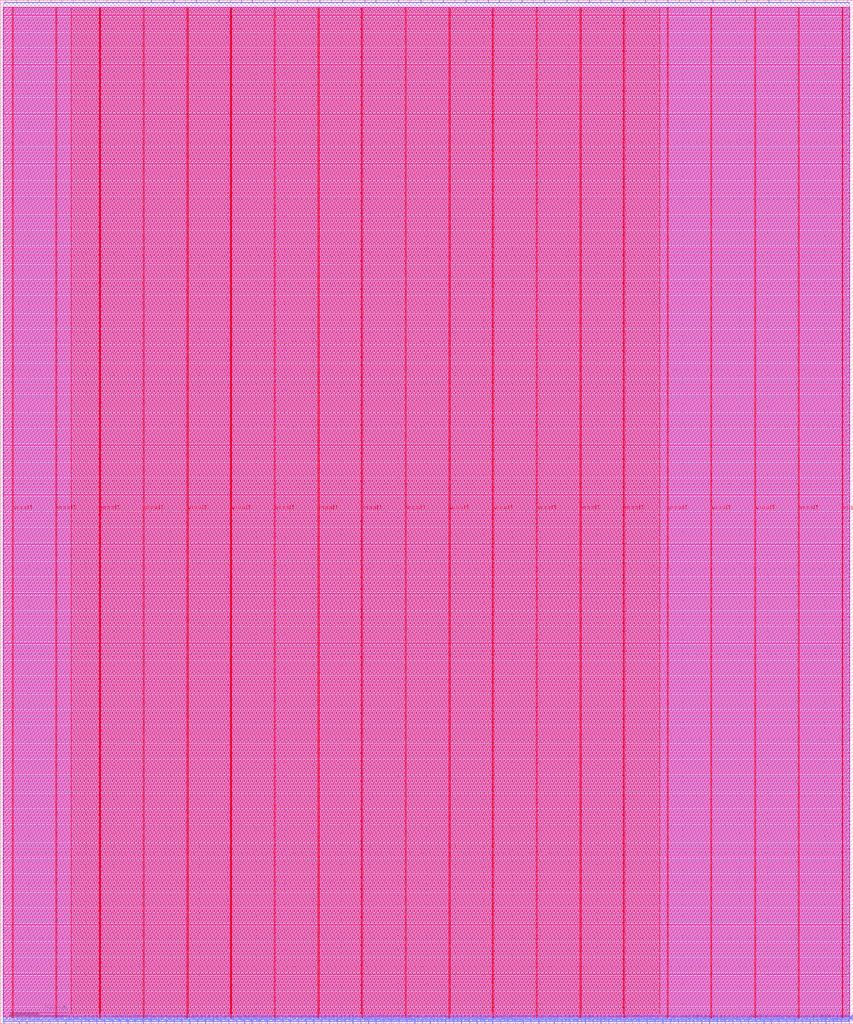
<source format=lef>
VERSION 5.7 ;
  NOWIREEXTENSIONATPIN ON ;
  DIVIDERCHAR "/" ;
  BUSBITCHARS "[]" ;
MACRO subservient_wrapped
  CLASS BLOCK ;
  FOREIGN subservient_wrapped ;
  ORIGIN 0.000 0.000 ;
  SIZE 1500.000 BY 1800.000 ;
  PIN io_oeb[0]
    DIRECTION OUTPUT TRISTATE ;
    USE SIGNAL ;
    PORT
      LAYER met2 ;
        RECT 9.750 1796.000 10.030 1800.000 ;
    END
  END io_oeb[0]
  PIN io_oeb[10]
    DIRECTION OUTPUT TRISTATE ;
    USE SIGNAL ;
    PORT
      LAYER met2 ;
        RECT 404.430 1796.000 404.710 1800.000 ;
    END
  END io_oeb[10]
  PIN io_oeb[11]
    DIRECTION OUTPUT TRISTATE ;
    USE SIGNAL ;
    PORT
      LAYER met2 ;
        RECT 443.530 1796.000 443.810 1800.000 ;
    END
  END io_oeb[11]
  PIN io_oeb[12]
    DIRECTION OUTPUT TRISTATE ;
    USE SIGNAL ;
    PORT
      LAYER met2 ;
        RECT 483.090 1796.000 483.370 1800.000 ;
    END
  END io_oeb[12]
  PIN io_oeb[13]
    DIRECTION OUTPUT TRISTATE ;
    USE SIGNAL ;
    PORT
      LAYER met2 ;
        RECT 522.650 1796.000 522.930 1800.000 ;
    END
  END io_oeb[13]
  PIN io_oeb[14]
    DIRECTION OUTPUT TRISTATE ;
    USE SIGNAL ;
    PORT
      LAYER met2 ;
        RECT 562.210 1796.000 562.490 1800.000 ;
    END
  END io_oeb[14]
  PIN io_oeb[15]
    DIRECTION OUTPUT TRISTATE ;
    USE SIGNAL ;
    PORT
      LAYER met2 ;
        RECT 601.770 1796.000 602.050 1800.000 ;
    END
  END io_oeb[15]
  PIN io_oeb[16]
    DIRECTION OUTPUT TRISTATE ;
    USE SIGNAL ;
    PORT
      LAYER met2 ;
        RECT 641.330 1796.000 641.610 1800.000 ;
    END
  END io_oeb[16]
  PIN io_oeb[17]
    DIRECTION OUTPUT TRISTATE ;
    USE SIGNAL ;
    PORT
      LAYER met2 ;
        RECT 680.430 1796.000 680.710 1800.000 ;
    END
  END io_oeb[17]
  PIN io_oeb[18]
    DIRECTION OUTPUT TRISTATE ;
    USE SIGNAL ;
    PORT
      LAYER met2 ;
        RECT 719.990 1796.000 720.270 1800.000 ;
    END
  END io_oeb[18]
  PIN io_oeb[19]
    DIRECTION OUTPUT TRISTATE ;
    USE SIGNAL ;
    PORT
      LAYER met2 ;
        RECT 759.550 1796.000 759.830 1800.000 ;
    END
  END io_oeb[19]
  PIN io_oeb[1]
    DIRECTION OUTPUT TRISTATE ;
    USE SIGNAL ;
    PORT
      LAYER met2 ;
        RECT 48.850 1796.000 49.130 1800.000 ;
    END
  END io_oeb[1]
  PIN io_oeb[20]
    DIRECTION OUTPUT TRISTATE ;
    USE SIGNAL ;
    PORT
      LAYER met2 ;
        RECT 799.110 1796.000 799.390 1800.000 ;
    END
  END io_oeb[20]
  PIN io_oeb[21]
    DIRECTION OUTPUT TRISTATE ;
    USE SIGNAL ;
    PORT
      LAYER met2 ;
        RECT 838.670 1796.000 838.950 1800.000 ;
    END
  END io_oeb[21]
  PIN io_oeb[22]
    DIRECTION OUTPUT TRISTATE ;
    USE SIGNAL ;
    PORT
      LAYER met2 ;
        RECT 877.770 1796.000 878.050 1800.000 ;
    END
  END io_oeb[22]
  PIN io_oeb[23]
    DIRECTION OUTPUT TRISTATE ;
    USE SIGNAL ;
    PORT
      LAYER met2 ;
        RECT 917.330 1796.000 917.610 1800.000 ;
    END
  END io_oeb[23]
  PIN io_oeb[24]
    DIRECTION OUTPUT TRISTATE ;
    USE SIGNAL ;
    PORT
      LAYER met2 ;
        RECT 956.890 1796.000 957.170 1800.000 ;
    END
  END io_oeb[24]
  PIN io_oeb[25]
    DIRECTION OUTPUT TRISTATE ;
    USE SIGNAL ;
    PORT
      LAYER met2 ;
        RECT 996.450 1796.000 996.730 1800.000 ;
    END
  END io_oeb[25]
  PIN io_oeb[26]
    DIRECTION OUTPUT TRISTATE ;
    USE SIGNAL ;
    PORT
      LAYER met2 ;
        RECT 1036.010 1796.000 1036.290 1800.000 ;
    END
  END io_oeb[26]
  PIN io_oeb[27]
    DIRECTION OUTPUT TRISTATE ;
    USE SIGNAL ;
    PORT
      LAYER met2 ;
        RECT 1075.570 1796.000 1075.850 1800.000 ;
    END
  END io_oeb[27]
  PIN io_oeb[28]
    DIRECTION OUTPUT TRISTATE ;
    USE SIGNAL ;
    PORT
      LAYER met2 ;
        RECT 1114.670 1796.000 1114.950 1800.000 ;
    END
  END io_oeb[28]
  PIN io_oeb[29]
    DIRECTION OUTPUT TRISTATE ;
    USE SIGNAL ;
    PORT
      LAYER met2 ;
        RECT 1154.230 1796.000 1154.510 1800.000 ;
    END
  END io_oeb[29]
  PIN io_oeb[2]
    DIRECTION OUTPUT TRISTATE ;
    USE SIGNAL ;
    PORT
      LAYER met2 ;
        RECT 88.410 1796.000 88.690 1800.000 ;
    END
  END io_oeb[2]
  PIN io_oeb[30]
    DIRECTION OUTPUT TRISTATE ;
    USE SIGNAL ;
    PORT
      LAYER met2 ;
        RECT 1193.790 1796.000 1194.070 1800.000 ;
    END
  END io_oeb[30]
  PIN io_oeb[31]
    DIRECTION OUTPUT TRISTATE ;
    USE SIGNAL ;
    PORT
      LAYER met2 ;
        RECT 1233.350 1796.000 1233.630 1800.000 ;
    END
  END io_oeb[31]
  PIN io_oeb[32]
    DIRECTION OUTPUT TRISTATE ;
    USE SIGNAL ;
    PORT
      LAYER met2 ;
        RECT 1272.910 1796.000 1273.190 1800.000 ;
    END
  END io_oeb[32]
  PIN io_oeb[33]
    DIRECTION OUTPUT TRISTATE ;
    USE SIGNAL ;
    PORT
      LAYER met2 ;
        RECT 1312.010 1796.000 1312.290 1800.000 ;
    END
  END io_oeb[33]
  PIN io_oeb[34]
    DIRECTION OUTPUT TRISTATE ;
    USE SIGNAL ;
    PORT
      LAYER met2 ;
        RECT 1351.570 1796.000 1351.850 1800.000 ;
    END
  END io_oeb[34]
  PIN io_oeb[35]
    DIRECTION OUTPUT TRISTATE ;
    USE SIGNAL ;
    PORT
      LAYER met2 ;
        RECT 1391.130 1796.000 1391.410 1800.000 ;
    END
  END io_oeb[35]
  PIN io_oeb[36]
    DIRECTION OUTPUT TRISTATE ;
    USE SIGNAL ;
    PORT
      LAYER met2 ;
        RECT 1430.690 1796.000 1430.970 1800.000 ;
    END
  END io_oeb[36]
  PIN io_oeb[37]
    DIRECTION OUTPUT TRISTATE ;
    USE SIGNAL ;
    PORT
      LAYER met2 ;
        RECT 1470.250 1796.000 1470.530 1800.000 ;
    END
  END io_oeb[37]
  PIN io_oeb[3]
    DIRECTION OUTPUT TRISTATE ;
    USE SIGNAL ;
    PORT
      LAYER met2 ;
        RECT 127.970 1796.000 128.250 1800.000 ;
    END
  END io_oeb[3]
  PIN io_oeb[4]
    DIRECTION OUTPUT TRISTATE ;
    USE SIGNAL ;
    PORT
      LAYER met2 ;
        RECT 167.530 1796.000 167.810 1800.000 ;
    END
  END io_oeb[4]
  PIN io_oeb[5]
    DIRECTION OUTPUT TRISTATE ;
    USE SIGNAL ;
    PORT
      LAYER met2 ;
        RECT 207.090 1796.000 207.370 1800.000 ;
    END
  END io_oeb[5]
  PIN io_oeb[6]
    DIRECTION OUTPUT TRISTATE ;
    USE SIGNAL ;
    PORT
      LAYER met2 ;
        RECT 246.190 1796.000 246.470 1800.000 ;
    END
  END io_oeb[6]
  PIN io_oeb[7]
    DIRECTION OUTPUT TRISTATE ;
    USE SIGNAL ;
    PORT
      LAYER met2 ;
        RECT 285.750 1796.000 286.030 1800.000 ;
    END
  END io_oeb[7]
  PIN io_oeb[8]
    DIRECTION OUTPUT TRISTATE ;
    USE SIGNAL ;
    PORT
      LAYER met2 ;
        RECT 325.310 1796.000 325.590 1800.000 ;
    END
  END io_oeb[8]
  PIN io_oeb[9]
    DIRECTION OUTPUT TRISTATE ;
    USE SIGNAL ;
    PORT
      LAYER met2 ;
        RECT 364.870 1796.000 365.150 1800.000 ;
    END
  END io_oeb[9]
  PIN io_out[0]
    DIRECTION OUTPUT TRISTATE ;
    USE SIGNAL ;
    PORT
      LAYER met2 ;
        RECT 29.070 1796.000 29.350 1800.000 ;
    END
  END io_out[0]
  PIN io_out[10]
    DIRECTION OUTPUT TRISTATE ;
    USE SIGNAL ;
    PORT
      LAYER met2 ;
        RECT 424.210 1796.000 424.490 1800.000 ;
    END
  END io_out[10]
  PIN io_out[11]
    DIRECTION OUTPUT TRISTATE ;
    USE SIGNAL ;
    PORT
      LAYER met2 ;
        RECT 463.310 1796.000 463.590 1800.000 ;
    END
  END io_out[11]
  PIN io_out[12]
    DIRECTION OUTPUT TRISTATE ;
    USE SIGNAL ;
    PORT
      LAYER met2 ;
        RECT 502.870 1796.000 503.150 1800.000 ;
    END
  END io_out[12]
  PIN io_out[13]
    DIRECTION OUTPUT TRISTATE ;
    USE SIGNAL ;
    PORT
      LAYER met2 ;
        RECT 542.430 1796.000 542.710 1800.000 ;
    END
  END io_out[13]
  PIN io_out[14]
    DIRECTION OUTPUT TRISTATE ;
    USE SIGNAL ;
    PORT
      LAYER met2 ;
        RECT 581.990 1796.000 582.270 1800.000 ;
    END
  END io_out[14]
  PIN io_out[15]
    DIRECTION OUTPUT TRISTATE ;
    USE SIGNAL ;
    PORT
      LAYER met2 ;
        RECT 621.550 1796.000 621.830 1800.000 ;
    END
  END io_out[15]
  PIN io_out[16]
    DIRECTION OUTPUT TRISTATE ;
    USE SIGNAL ;
    PORT
      LAYER met2 ;
        RECT 660.650 1796.000 660.930 1800.000 ;
    END
  END io_out[16]
  PIN io_out[17]
    DIRECTION OUTPUT TRISTATE ;
    USE SIGNAL ;
    PORT
      LAYER met2 ;
        RECT 700.210 1796.000 700.490 1800.000 ;
    END
  END io_out[17]
  PIN io_out[18]
    DIRECTION OUTPUT TRISTATE ;
    USE SIGNAL ;
    PORT
      LAYER met2 ;
        RECT 739.770 1796.000 740.050 1800.000 ;
    END
  END io_out[18]
  PIN io_out[19]
    DIRECTION OUTPUT TRISTATE ;
    USE SIGNAL ;
    PORT
      LAYER met2 ;
        RECT 779.330 1796.000 779.610 1800.000 ;
    END
  END io_out[19]
  PIN io_out[1]
    DIRECTION OUTPUT TRISTATE ;
    USE SIGNAL ;
    PORT
      LAYER met2 ;
        RECT 68.630 1796.000 68.910 1800.000 ;
    END
  END io_out[1]
  PIN io_out[20]
    DIRECTION OUTPUT TRISTATE ;
    USE SIGNAL ;
    PORT
      LAYER met2 ;
        RECT 818.890 1796.000 819.170 1800.000 ;
    END
  END io_out[20]
  PIN io_out[21]
    DIRECTION OUTPUT TRISTATE ;
    USE SIGNAL ;
    PORT
      LAYER met2 ;
        RECT 858.450 1796.000 858.730 1800.000 ;
    END
  END io_out[21]
  PIN io_out[22]
    DIRECTION OUTPUT TRISTATE ;
    USE SIGNAL ;
    PORT
      LAYER met2 ;
        RECT 897.550 1796.000 897.830 1800.000 ;
    END
  END io_out[22]
  PIN io_out[23]
    DIRECTION OUTPUT TRISTATE ;
    USE SIGNAL ;
    PORT
      LAYER met2 ;
        RECT 937.110 1796.000 937.390 1800.000 ;
    END
  END io_out[23]
  PIN io_out[24]
    DIRECTION OUTPUT TRISTATE ;
    USE SIGNAL ;
    PORT
      LAYER met2 ;
        RECT 976.670 1796.000 976.950 1800.000 ;
    END
  END io_out[24]
  PIN io_out[25]
    DIRECTION OUTPUT TRISTATE ;
    USE SIGNAL ;
    PORT
      LAYER met2 ;
        RECT 1016.230 1796.000 1016.510 1800.000 ;
    END
  END io_out[25]
  PIN io_out[26]
    DIRECTION OUTPUT TRISTATE ;
    USE SIGNAL ;
    PORT
      LAYER met2 ;
        RECT 1055.790 1796.000 1056.070 1800.000 ;
    END
  END io_out[26]
  PIN io_out[27]
    DIRECTION OUTPUT TRISTATE ;
    USE SIGNAL ;
    PORT
      LAYER met2 ;
        RECT 1094.890 1796.000 1095.170 1800.000 ;
    END
  END io_out[27]
  PIN io_out[28]
    DIRECTION OUTPUT TRISTATE ;
    USE SIGNAL ;
    PORT
      LAYER met2 ;
        RECT 1134.450 1796.000 1134.730 1800.000 ;
    END
  END io_out[28]
  PIN io_out[29]
    DIRECTION OUTPUT TRISTATE ;
    USE SIGNAL ;
    PORT
      LAYER met2 ;
        RECT 1174.010 1796.000 1174.290 1800.000 ;
    END
  END io_out[29]
  PIN io_out[2]
    DIRECTION OUTPUT TRISTATE ;
    USE SIGNAL ;
    PORT
      LAYER met2 ;
        RECT 108.190 1796.000 108.470 1800.000 ;
    END
  END io_out[2]
  PIN io_out[30]
    DIRECTION OUTPUT TRISTATE ;
    USE SIGNAL ;
    PORT
      LAYER met2 ;
        RECT 1213.570 1796.000 1213.850 1800.000 ;
    END
  END io_out[30]
  PIN io_out[31]
    DIRECTION OUTPUT TRISTATE ;
    USE SIGNAL ;
    PORT
      LAYER met2 ;
        RECT 1253.130 1796.000 1253.410 1800.000 ;
    END
  END io_out[31]
  PIN io_out[32]
    DIRECTION OUTPUT TRISTATE ;
    USE SIGNAL ;
    PORT
      LAYER met2 ;
        RECT 1292.690 1796.000 1292.970 1800.000 ;
    END
  END io_out[32]
  PIN io_out[33]
    DIRECTION OUTPUT TRISTATE ;
    USE SIGNAL ;
    PORT
      LAYER met2 ;
        RECT 1331.790 1796.000 1332.070 1800.000 ;
    END
  END io_out[33]
  PIN io_out[34]
    DIRECTION OUTPUT TRISTATE ;
    USE SIGNAL ;
    PORT
      LAYER met2 ;
        RECT 1371.350 1796.000 1371.630 1800.000 ;
    END
  END io_out[34]
  PIN io_out[35]
    DIRECTION OUTPUT TRISTATE ;
    USE SIGNAL ;
    PORT
      LAYER met2 ;
        RECT 1410.910 1796.000 1411.190 1800.000 ;
    END
  END io_out[35]
  PIN io_out[36]
    DIRECTION OUTPUT TRISTATE ;
    USE SIGNAL ;
    PORT
      LAYER met2 ;
        RECT 1450.470 1796.000 1450.750 1800.000 ;
    END
  END io_out[36]
  PIN io_out[37]
    DIRECTION OUTPUT TRISTATE ;
    USE SIGNAL ;
    PORT
      LAYER met2 ;
        RECT 1490.030 1796.000 1490.310 1800.000 ;
    END
  END io_out[37]
  PIN io_out[3]
    DIRECTION OUTPUT TRISTATE ;
    USE SIGNAL ;
    PORT
      LAYER met2 ;
        RECT 147.750 1796.000 148.030 1800.000 ;
    END
  END io_out[3]
  PIN io_out[4]
    DIRECTION OUTPUT TRISTATE ;
    USE SIGNAL ;
    PORT
      LAYER met2 ;
        RECT 187.310 1796.000 187.590 1800.000 ;
    END
  END io_out[4]
  PIN io_out[5]
    DIRECTION OUTPUT TRISTATE ;
    USE SIGNAL ;
    PORT
      LAYER met2 ;
        RECT 226.410 1796.000 226.690 1800.000 ;
    END
  END io_out[5]
  PIN io_out[6]
    DIRECTION OUTPUT TRISTATE ;
    USE SIGNAL ;
    PORT
      LAYER met2 ;
        RECT 265.970 1796.000 266.250 1800.000 ;
    END
  END io_out[6]
  PIN io_out[7]
    DIRECTION OUTPUT TRISTATE ;
    USE SIGNAL ;
    PORT
      LAYER met2 ;
        RECT 305.530 1796.000 305.810 1800.000 ;
    END
  END io_out[7]
  PIN io_out[8]
    DIRECTION OUTPUT TRISTATE ;
    USE SIGNAL ;
    PORT
      LAYER met2 ;
        RECT 345.090 1796.000 345.370 1800.000 ;
    END
  END io_out[8]
  PIN io_out[9]
    DIRECTION OUTPUT TRISTATE ;
    USE SIGNAL ;
    PORT
      LAYER met2 ;
        RECT 384.650 1796.000 384.930 1800.000 ;
    END
  END io_out[9]
  PIN irq[0]
    DIRECTION OUTPUT TRISTATE ;
    USE SIGNAL ;
    PORT
      LAYER met2 ;
        RECT 1465.650 0.000 1465.930 4.000 ;
    END
  END irq[0]
  PIN irq[1]
    DIRECTION OUTPUT TRISTATE ;
    USE SIGNAL ;
    PORT
      LAYER met2 ;
        RECT 1478.990 0.000 1479.270 4.000 ;
    END
  END irq[1]
  PIN irq[2]
    DIRECTION OUTPUT TRISTATE ;
    USE SIGNAL ;
    PORT
      LAYER met2 ;
        RECT 1492.790 0.000 1493.070 4.000 ;
    END
  END irq[2]
  PIN la_data_in
    DIRECTION INPUT ;
    USE SIGNAL ;
    PORT
      LAYER met2 ;
        RECT 1451.850 0.000 1452.130 4.000 ;
    END
  END la_data_in
  PIN vccd1
    DIRECTION INPUT ;
    USE POWER ;
    PORT
      LAYER met4 ;
        RECT 21.040 10.640 22.640 1787.280 ;
    END
    PORT
      LAYER met4 ;
        RECT 174.640 10.640 176.240 1787.280 ;
    END
    PORT
      LAYER met4 ;
        RECT 328.240 10.640 329.840 1787.280 ;
    END
    PORT
      LAYER met4 ;
        RECT 481.840 10.640 483.440 1787.280 ;
    END
    PORT
      LAYER met4 ;
        RECT 635.440 10.640 637.040 1787.280 ;
    END
    PORT
      LAYER met4 ;
        RECT 789.040 10.640 790.640 1787.280 ;
    END
    PORT
      LAYER met4 ;
        RECT 942.640 10.640 944.240 1787.280 ;
    END
    PORT
      LAYER met4 ;
        RECT 1096.240 10.640 1097.840 1787.280 ;
    END
    PORT
      LAYER met4 ;
        RECT 1249.840 10.640 1251.440 1787.280 ;
    END
    PORT
      LAYER met4 ;
        RECT 1403.440 10.640 1405.040 1787.280 ;
    END
  END vccd1
  PIN vssd1
    DIRECTION INPUT ;
    USE GROUND ;
    PORT
      LAYER met4 ;
        RECT 97.840 10.640 99.440 1787.280 ;
    END
    PORT
      LAYER met4 ;
        RECT 251.440 10.640 253.040 1787.280 ;
    END
    PORT
      LAYER met4 ;
        RECT 405.040 10.640 406.640 1787.280 ;
    END
    PORT
      LAYER met4 ;
        RECT 558.640 10.640 560.240 1787.280 ;
    END
    PORT
      LAYER met4 ;
        RECT 712.240 10.640 713.840 1787.280 ;
    END
    PORT
      LAYER met4 ;
        RECT 865.840 10.640 867.440 1787.280 ;
    END
    PORT
      LAYER met4 ;
        RECT 1019.440 10.640 1021.040 1787.280 ;
    END
    PORT
      LAYER met4 ;
        RECT 1173.040 10.640 1174.640 1787.280 ;
    END
    PORT
      LAYER met4 ;
        RECT 1326.640 10.640 1328.240 1787.280 ;
    END
    PORT
      LAYER met4 ;
        RECT 1480.240 10.640 1481.840 1787.280 ;
    END
  END vssd1
  PIN wb_clk_i
    DIRECTION INPUT ;
    USE SIGNAL ;
    PORT
      LAYER met2 ;
        RECT 6.530 0.000 6.810 4.000 ;
    END
  END wb_clk_i
  PIN wb_rst_i
    DIRECTION INPUT ;
    USE SIGNAL ;
    PORT
      LAYER met2 ;
        RECT 19.870 0.000 20.150 4.000 ;
    END
  END wb_rst_i
  PIN wbs_ack_o
    DIRECTION OUTPUT TRISTATE ;
    USE SIGNAL ;
    PORT
      LAYER met2 ;
        RECT 33.670 0.000 33.950 4.000 ;
    END
  END wbs_ack_o
  PIN wbs_adr_i[0]
    DIRECTION INPUT ;
    USE SIGNAL ;
    PORT
      LAYER met2 ;
        RECT 87.950 0.000 88.230 4.000 ;
    END
  END wbs_adr_i[0]
  PIN wbs_adr_i[10]
    DIRECTION INPUT ;
    USE SIGNAL ;
    PORT
      LAYER met2 ;
        RECT 551.630 0.000 551.910 4.000 ;
    END
  END wbs_adr_i[10]
  PIN wbs_adr_i[11]
    DIRECTION INPUT ;
    USE SIGNAL ;
    PORT
      LAYER met2 ;
        RECT 592.570 0.000 592.850 4.000 ;
    END
  END wbs_adr_i[11]
  PIN wbs_adr_i[12]
    DIRECTION INPUT ;
    USE SIGNAL ;
    PORT
      LAYER met2 ;
        RECT 633.510 0.000 633.790 4.000 ;
    END
  END wbs_adr_i[12]
  PIN wbs_adr_i[13]
    DIRECTION INPUT ;
    USE SIGNAL ;
    PORT
      LAYER met2 ;
        RECT 674.450 0.000 674.730 4.000 ;
    END
  END wbs_adr_i[13]
  PIN wbs_adr_i[14]
    DIRECTION INPUT ;
    USE SIGNAL ;
    PORT
      LAYER met2 ;
        RECT 715.390 0.000 715.670 4.000 ;
    END
  END wbs_adr_i[14]
  PIN wbs_adr_i[15]
    DIRECTION INPUT ;
    USE SIGNAL ;
    PORT
      LAYER met2 ;
        RECT 756.330 0.000 756.610 4.000 ;
    END
  END wbs_adr_i[15]
  PIN wbs_adr_i[16]
    DIRECTION INPUT ;
    USE SIGNAL ;
    PORT
      LAYER met2 ;
        RECT 797.270 0.000 797.550 4.000 ;
    END
  END wbs_adr_i[16]
  PIN wbs_adr_i[17]
    DIRECTION INPUT ;
    USE SIGNAL ;
    PORT
      LAYER met2 ;
        RECT 838.210 0.000 838.490 4.000 ;
    END
  END wbs_adr_i[17]
  PIN wbs_adr_i[18]
    DIRECTION INPUT ;
    USE SIGNAL ;
    PORT
      LAYER met2 ;
        RECT 879.150 0.000 879.430 4.000 ;
    END
  END wbs_adr_i[18]
  PIN wbs_adr_i[19]
    DIRECTION INPUT ;
    USE SIGNAL ;
    PORT
      LAYER met2 ;
        RECT 920.090 0.000 920.370 4.000 ;
    END
  END wbs_adr_i[19]
  PIN wbs_adr_i[1]
    DIRECTION INPUT ;
    USE SIGNAL ;
    PORT
      LAYER met2 ;
        RECT 142.690 0.000 142.970 4.000 ;
    END
  END wbs_adr_i[1]
  PIN wbs_adr_i[20]
    DIRECTION INPUT ;
    USE SIGNAL ;
    PORT
      LAYER met2 ;
        RECT 961.030 0.000 961.310 4.000 ;
    END
  END wbs_adr_i[20]
  PIN wbs_adr_i[21]
    DIRECTION INPUT ;
    USE SIGNAL ;
    PORT
      LAYER met2 ;
        RECT 1001.970 0.000 1002.250 4.000 ;
    END
  END wbs_adr_i[21]
  PIN wbs_adr_i[22]
    DIRECTION INPUT ;
    USE SIGNAL ;
    PORT
      LAYER met2 ;
        RECT 1042.910 0.000 1043.190 4.000 ;
    END
  END wbs_adr_i[22]
  PIN wbs_adr_i[23]
    DIRECTION INPUT ;
    USE SIGNAL ;
    PORT
      LAYER met2 ;
        RECT 1083.390 0.000 1083.670 4.000 ;
    END
  END wbs_adr_i[23]
  PIN wbs_adr_i[24]
    DIRECTION INPUT ;
    USE SIGNAL ;
    PORT
      LAYER met2 ;
        RECT 1124.330 0.000 1124.610 4.000 ;
    END
  END wbs_adr_i[24]
  PIN wbs_adr_i[25]
    DIRECTION INPUT ;
    USE SIGNAL ;
    PORT
      LAYER met2 ;
        RECT 1165.270 0.000 1165.550 4.000 ;
    END
  END wbs_adr_i[25]
  PIN wbs_adr_i[26]
    DIRECTION INPUT ;
    USE SIGNAL ;
    PORT
      LAYER met2 ;
        RECT 1206.210 0.000 1206.490 4.000 ;
    END
  END wbs_adr_i[26]
  PIN wbs_adr_i[27]
    DIRECTION INPUT ;
    USE SIGNAL ;
    PORT
      LAYER met2 ;
        RECT 1247.150 0.000 1247.430 4.000 ;
    END
  END wbs_adr_i[27]
  PIN wbs_adr_i[28]
    DIRECTION INPUT ;
    USE SIGNAL ;
    PORT
      LAYER met2 ;
        RECT 1288.090 0.000 1288.370 4.000 ;
    END
  END wbs_adr_i[28]
  PIN wbs_adr_i[29]
    DIRECTION INPUT ;
    USE SIGNAL ;
    PORT
      LAYER met2 ;
        RECT 1329.030 0.000 1329.310 4.000 ;
    END
  END wbs_adr_i[29]
  PIN wbs_adr_i[2]
    DIRECTION INPUT ;
    USE SIGNAL ;
    PORT
      LAYER met2 ;
        RECT 197.430 0.000 197.710 4.000 ;
    END
  END wbs_adr_i[2]
  PIN wbs_adr_i[30]
    DIRECTION INPUT ;
    USE SIGNAL ;
    PORT
      LAYER met2 ;
        RECT 1369.970 0.000 1370.250 4.000 ;
    END
  END wbs_adr_i[30]
  PIN wbs_adr_i[31]
    DIRECTION INPUT ;
    USE SIGNAL ;
    PORT
      LAYER met2 ;
        RECT 1410.910 0.000 1411.190 4.000 ;
    END
  END wbs_adr_i[31]
  PIN wbs_adr_i[3]
    DIRECTION INPUT ;
    USE SIGNAL ;
    PORT
      LAYER met2 ;
        RECT 251.710 0.000 251.990 4.000 ;
    END
  END wbs_adr_i[3]
  PIN wbs_adr_i[4]
    DIRECTION INPUT ;
    USE SIGNAL ;
    PORT
      LAYER met2 ;
        RECT 306.450 0.000 306.730 4.000 ;
    END
  END wbs_adr_i[4]
  PIN wbs_adr_i[5]
    DIRECTION INPUT ;
    USE SIGNAL ;
    PORT
      LAYER met2 ;
        RECT 347.390 0.000 347.670 4.000 ;
    END
  END wbs_adr_i[5]
  PIN wbs_adr_i[6]
    DIRECTION INPUT ;
    USE SIGNAL ;
    PORT
      LAYER met2 ;
        RECT 388.330 0.000 388.610 4.000 ;
    END
  END wbs_adr_i[6]
  PIN wbs_adr_i[7]
    DIRECTION INPUT ;
    USE SIGNAL ;
    PORT
      LAYER met2 ;
        RECT 429.270 0.000 429.550 4.000 ;
    END
  END wbs_adr_i[7]
  PIN wbs_adr_i[8]
    DIRECTION INPUT ;
    USE SIGNAL ;
    PORT
      LAYER met2 ;
        RECT 469.750 0.000 470.030 4.000 ;
    END
  END wbs_adr_i[8]
  PIN wbs_adr_i[9]
    DIRECTION INPUT ;
    USE SIGNAL ;
    PORT
      LAYER met2 ;
        RECT 510.690 0.000 510.970 4.000 ;
    END
  END wbs_adr_i[9]
  PIN wbs_cyc_i
    DIRECTION INPUT ;
    USE SIGNAL ;
    PORT
      LAYER met2 ;
        RECT 47.010 0.000 47.290 4.000 ;
    END
  END wbs_cyc_i
  PIN wbs_dat_i[0]
    DIRECTION INPUT ;
    USE SIGNAL ;
    PORT
      LAYER met2 ;
        RECT 101.750 0.000 102.030 4.000 ;
    END
  END wbs_dat_i[0]
  PIN wbs_dat_i[10]
    DIRECTION INPUT ;
    USE SIGNAL ;
    PORT
      LAYER met2 ;
        RECT 565.430 0.000 565.710 4.000 ;
    END
  END wbs_dat_i[10]
  PIN wbs_dat_i[11]
    DIRECTION INPUT ;
    USE SIGNAL ;
    PORT
      LAYER met2 ;
        RECT 606.370 0.000 606.650 4.000 ;
    END
  END wbs_dat_i[11]
  PIN wbs_dat_i[12]
    DIRECTION INPUT ;
    USE SIGNAL ;
    PORT
      LAYER met2 ;
        RECT 647.310 0.000 647.590 4.000 ;
    END
  END wbs_dat_i[12]
  PIN wbs_dat_i[13]
    DIRECTION INPUT ;
    USE SIGNAL ;
    PORT
      LAYER met2 ;
        RECT 688.250 0.000 688.530 4.000 ;
    END
  END wbs_dat_i[13]
  PIN wbs_dat_i[14]
    DIRECTION INPUT ;
    USE SIGNAL ;
    PORT
      LAYER met2 ;
        RECT 729.190 0.000 729.470 4.000 ;
    END
  END wbs_dat_i[14]
  PIN wbs_dat_i[15]
    DIRECTION INPUT ;
    USE SIGNAL ;
    PORT
      LAYER met2 ;
        RECT 770.130 0.000 770.410 4.000 ;
    END
  END wbs_dat_i[15]
  PIN wbs_dat_i[16]
    DIRECTION INPUT ;
    USE SIGNAL ;
    PORT
      LAYER met2 ;
        RECT 811.070 0.000 811.350 4.000 ;
    END
  END wbs_dat_i[16]
  PIN wbs_dat_i[17]
    DIRECTION INPUT ;
    USE SIGNAL ;
    PORT
      LAYER met2 ;
        RECT 852.010 0.000 852.290 4.000 ;
    END
  END wbs_dat_i[17]
  PIN wbs_dat_i[18]
    DIRECTION INPUT ;
    USE SIGNAL ;
    PORT
      LAYER met2 ;
        RECT 892.490 0.000 892.770 4.000 ;
    END
  END wbs_dat_i[18]
  PIN wbs_dat_i[19]
    DIRECTION INPUT ;
    USE SIGNAL ;
    PORT
      LAYER met2 ;
        RECT 933.430 0.000 933.710 4.000 ;
    END
  END wbs_dat_i[19]
  PIN wbs_dat_i[1]
    DIRECTION INPUT ;
    USE SIGNAL ;
    PORT
      LAYER met2 ;
        RECT 156.490 0.000 156.770 4.000 ;
    END
  END wbs_dat_i[1]
  PIN wbs_dat_i[20]
    DIRECTION INPUT ;
    USE SIGNAL ;
    PORT
      LAYER met2 ;
        RECT 974.370 0.000 974.650 4.000 ;
    END
  END wbs_dat_i[20]
  PIN wbs_dat_i[21]
    DIRECTION INPUT ;
    USE SIGNAL ;
    PORT
      LAYER met2 ;
        RECT 1015.310 0.000 1015.590 4.000 ;
    END
  END wbs_dat_i[21]
  PIN wbs_dat_i[22]
    DIRECTION INPUT ;
    USE SIGNAL ;
    PORT
      LAYER met2 ;
        RECT 1056.250 0.000 1056.530 4.000 ;
    END
  END wbs_dat_i[22]
  PIN wbs_dat_i[23]
    DIRECTION INPUT ;
    USE SIGNAL ;
    PORT
      LAYER met2 ;
        RECT 1097.190 0.000 1097.470 4.000 ;
    END
  END wbs_dat_i[23]
  PIN wbs_dat_i[24]
    DIRECTION INPUT ;
    USE SIGNAL ;
    PORT
      LAYER met2 ;
        RECT 1138.130 0.000 1138.410 4.000 ;
    END
  END wbs_dat_i[24]
  PIN wbs_dat_i[25]
    DIRECTION INPUT ;
    USE SIGNAL ;
    PORT
      LAYER met2 ;
        RECT 1179.070 0.000 1179.350 4.000 ;
    END
  END wbs_dat_i[25]
  PIN wbs_dat_i[26]
    DIRECTION INPUT ;
    USE SIGNAL ;
    PORT
      LAYER met2 ;
        RECT 1220.010 0.000 1220.290 4.000 ;
    END
  END wbs_dat_i[26]
  PIN wbs_dat_i[27]
    DIRECTION INPUT ;
    USE SIGNAL ;
    PORT
      LAYER met2 ;
        RECT 1260.950 0.000 1261.230 4.000 ;
    END
  END wbs_dat_i[27]
  PIN wbs_dat_i[28]
    DIRECTION INPUT ;
    USE SIGNAL ;
    PORT
      LAYER met2 ;
        RECT 1301.890 0.000 1302.170 4.000 ;
    END
  END wbs_dat_i[28]
  PIN wbs_dat_i[29]
    DIRECTION INPUT ;
    USE SIGNAL ;
    PORT
      LAYER met2 ;
        RECT 1342.830 0.000 1343.110 4.000 ;
    END
  END wbs_dat_i[29]
  PIN wbs_dat_i[2]
    DIRECTION INPUT ;
    USE SIGNAL ;
    PORT
      LAYER met2 ;
        RECT 210.770 0.000 211.050 4.000 ;
    END
  END wbs_dat_i[2]
  PIN wbs_dat_i[30]
    DIRECTION INPUT ;
    USE SIGNAL ;
    PORT
      LAYER met2 ;
        RECT 1383.770 0.000 1384.050 4.000 ;
    END
  END wbs_dat_i[30]
  PIN wbs_dat_i[31]
    DIRECTION INPUT ;
    USE SIGNAL ;
    PORT
      LAYER met2 ;
        RECT 1424.710 0.000 1424.990 4.000 ;
    END
  END wbs_dat_i[31]
  PIN wbs_dat_i[3]
    DIRECTION INPUT ;
    USE SIGNAL ;
    PORT
      LAYER met2 ;
        RECT 265.510 0.000 265.790 4.000 ;
    END
  END wbs_dat_i[3]
  PIN wbs_dat_i[4]
    DIRECTION INPUT ;
    USE SIGNAL ;
    PORT
      LAYER met2 ;
        RECT 319.790 0.000 320.070 4.000 ;
    END
  END wbs_dat_i[4]
  PIN wbs_dat_i[5]
    DIRECTION INPUT ;
    USE SIGNAL ;
    PORT
      LAYER met2 ;
        RECT 360.730 0.000 361.010 4.000 ;
    END
  END wbs_dat_i[5]
  PIN wbs_dat_i[6]
    DIRECTION INPUT ;
    USE SIGNAL ;
    PORT
      LAYER met2 ;
        RECT 401.670 0.000 401.950 4.000 ;
    END
  END wbs_dat_i[6]
  PIN wbs_dat_i[7]
    DIRECTION INPUT ;
    USE SIGNAL ;
    PORT
      LAYER met2 ;
        RECT 442.610 0.000 442.890 4.000 ;
    END
  END wbs_dat_i[7]
  PIN wbs_dat_i[8]
    DIRECTION INPUT ;
    USE SIGNAL ;
    PORT
      LAYER met2 ;
        RECT 483.550 0.000 483.830 4.000 ;
    END
  END wbs_dat_i[8]
  PIN wbs_dat_i[9]
    DIRECTION INPUT ;
    USE SIGNAL ;
    PORT
      LAYER met2 ;
        RECT 524.490 0.000 524.770 4.000 ;
    END
  END wbs_dat_i[9]
  PIN wbs_dat_o[0]
    DIRECTION OUTPUT TRISTATE ;
    USE SIGNAL ;
    PORT
      LAYER met2 ;
        RECT 115.550 0.000 115.830 4.000 ;
    END
  END wbs_dat_o[0]
  PIN wbs_dat_o[10]
    DIRECTION OUTPUT TRISTATE ;
    USE SIGNAL ;
    PORT
      LAYER met2 ;
        RECT 579.230 0.000 579.510 4.000 ;
    END
  END wbs_dat_o[10]
  PIN wbs_dat_o[11]
    DIRECTION OUTPUT TRISTATE ;
    USE SIGNAL ;
    PORT
      LAYER met2 ;
        RECT 620.170 0.000 620.450 4.000 ;
    END
  END wbs_dat_o[11]
  PIN wbs_dat_o[12]
    DIRECTION OUTPUT TRISTATE ;
    USE SIGNAL ;
    PORT
      LAYER met2 ;
        RECT 660.650 0.000 660.930 4.000 ;
    END
  END wbs_dat_o[12]
  PIN wbs_dat_o[13]
    DIRECTION OUTPUT TRISTATE ;
    USE SIGNAL ;
    PORT
      LAYER met2 ;
        RECT 701.590 0.000 701.870 4.000 ;
    END
  END wbs_dat_o[13]
  PIN wbs_dat_o[14]
    DIRECTION OUTPUT TRISTATE ;
    USE SIGNAL ;
    PORT
      LAYER met2 ;
        RECT 742.530 0.000 742.810 4.000 ;
    END
  END wbs_dat_o[14]
  PIN wbs_dat_o[15]
    DIRECTION OUTPUT TRISTATE ;
    USE SIGNAL ;
    PORT
      LAYER met2 ;
        RECT 783.470 0.000 783.750 4.000 ;
    END
  END wbs_dat_o[15]
  PIN wbs_dat_o[16]
    DIRECTION OUTPUT TRISTATE ;
    USE SIGNAL ;
    PORT
      LAYER met2 ;
        RECT 824.410 0.000 824.690 4.000 ;
    END
  END wbs_dat_o[16]
  PIN wbs_dat_o[17]
    DIRECTION OUTPUT TRISTATE ;
    USE SIGNAL ;
    PORT
      LAYER met2 ;
        RECT 865.350 0.000 865.630 4.000 ;
    END
  END wbs_dat_o[17]
  PIN wbs_dat_o[18]
    DIRECTION OUTPUT TRISTATE ;
    USE SIGNAL ;
    PORT
      LAYER met2 ;
        RECT 906.290 0.000 906.570 4.000 ;
    END
  END wbs_dat_o[18]
  PIN wbs_dat_o[19]
    DIRECTION OUTPUT TRISTATE ;
    USE SIGNAL ;
    PORT
      LAYER met2 ;
        RECT 947.230 0.000 947.510 4.000 ;
    END
  END wbs_dat_o[19]
  PIN wbs_dat_o[1]
    DIRECTION OUTPUT TRISTATE ;
    USE SIGNAL ;
    PORT
      LAYER met2 ;
        RECT 169.830 0.000 170.110 4.000 ;
    END
  END wbs_dat_o[1]
  PIN wbs_dat_o[20]
    DIRECTION OUTPUT TRISTATE ;
    USE SIGNAL ;
    PORT
      LAYER met2 ;
        RECT 988.170 0.000 988.450 4.000 ;
    END
  END wbs_dat_o[20]
  PIN wbs_dat_o[21]
    DIRECTION OUTPUT TRISTATE ;
    USE SIGNAL ;
    PORT
      LAYER met2 ;
        RECT 1029.110 0.000 1029.390 4.000 ;
    END
  END wbs_dat_o[21]
  PIN wbs_dat_o[22]
    DIRECTION OUTPUT TRISTATE ;
    USE SIGNAL ;
    PORT
      LAYER met2 ;
        RECT 1070.050 0.000 1070.330 4.000 ;
    END
  END wbs_dat_o[22]
  PIN wbs_dat_o[23]
    DIRECTION OUTPUT TRISTATE ;
    USE SIGNAL ;
    PORT
      LAYER met2 ;
        RECT 1110.990 0.000 1111.270 4.000 ;
    END
  END wbs_dat_o[23]
  PIN wbs_dat_o[24]
    DIRECTION OUTPUT TRISTATE ;
    USE SIGNAL ;
    PORT
      LAYER met2 ;
        RECT 1151.930 0.000 1152.210 4.000 ;
    END
  END wbs_dat_o[24]
  PIN wbs_dat_o[25]
    DIRECTION OUTPUT TRISTATE ;
    USE SIGNAL ;
    PORT
      LAYER met2 ;
        RECT 1192.870 0.000 1193.150 4.000 ;
    END
  END wbs_dat_o[25]
  PIN wbs_dat_o[26]
    DIRECTION OUTPUT TRISTATE ;
    USE SIGNAL ;
    PORT
      LAYER met2 ;
        RECT 1233.810 0.000 1234.090 4.000 ;
    END
  END wbs_dat_o[26]
  PIN wbs_dat_o[27]
    DIRECTION OUTPUT TRISTATE ;
    USE SIGNAL ;
    PORT
      LAYER met2 ;
        RECT 1274.750 0.000 1275.030 4.000 ;
    END
  END wbs_dat_o[27]
  PIN wbs_dat_o[28]
    DIRECTION OUTPUT TRISTATE ;
    USE SIGNAL ;
    PORT
      LAYER met2 ;
        RECT 1315.230 0.000 1315.510 4.000 ;
    END
  END wbs_dat_o[28]
  PIN wbs_dat_o[29]
    DIRECTION OUTPUT TRISTATE ;
    USE SIGNAL ;
    PORT
      LAYER met2 ;
        RECT 1356.170 0.000 1356.450 4.000 ;
    END
  END wbs_dat_o[29]
  PIN wbs_dat_o[2]
    DIRECTION OUTPUT TRISTATE ;
    USE SIGNAL ;
    PORT
      LAYER met2 ;
        RECT 224.570 0.000 224.850 4.000 ;
    END
  END wbs_dat_o[2]
  PIN wbs_dat_o[30]
    DIRECTION OUTPUT TRISTATE ;
    USE SIGNAL ;
    PORT
      LAYER met2 ;
        RECT 1397.110 0.000 1397.390 4.000 ;
    END
  END wbs_dat_o[30]
  PIN wbs_dat_o[31]
    DIRECTION OUTPUT TRISTATE ;
    USE SIGNAL ;
    PORT
      LAYER met2 ;
        RECT 1438.050 0.000 1438.330 4.000 ;
    END
  END wbs_dat_o[31]
  PIN wbs_dat_o[3]
    DIRECTION OUTPUT TRISTATE ;
    USE SIGNAL ;
    PORT
      LAYER met2 ;
        RECT 278.850 0.000 279.130 4.000 ;
    END
  END wbs_dat_o[3]
  PIN wbs_dat_o[4]
    DIRECTION OUTPUT TRISTATE ;
    USE SIGNAL ;
    PORT
      LAYER met2 ;
        RECT 333.590 0.000 333.870 4.000 ;
    END
  END wbs_dat_o[4]
  PIN wbs_dat_o[5]
    DIRECTION OUTPUT TRISTATE ;
    USE SIGNAL ;
    PORT
      LAYER met2 ;
        RECT 374.530 0.000 374.810 4.000 ;
    END
  END wbs_dat_o[5]
  PIN wbs_dat_o[6]
    DIRECTION OUTPUT TRISTATE ;
    USE SIGNAL ;
    PORT
      LAYER met2 ;
        RECT 415.470 0.000 415.750 4.000 ;
    END
  END wbs_dat_o[6]
  PIN wbs_dat_o[7]
    DIRECTION OUTPUT TRISTATE ;
    USE SIGNAL ;
    PORT
      LAYER met2 ;
        RECT 456.410 0.000 456.690 4.000 ;
    END
  END wbs_dat_o[7]
  PIN wbs_dat_o[8]
    DIRECTION OUTPUT TRISTATE ;
    USE SIGNAL ;
    PORT
      LAYER met2 ;
        RECT 497.350 0.000 497.630 4.000 ;
    END
  END wbs_dat_o[8]
  PIN wbs_dat_o[9]
    DIRECTION OUTPUT TRISTATE ;
    USE SIGNAL ;
    PORT
      LAYER met2 ;
        RECT 538.290 0.000 538.570 4.000 ;
    END
  END wbs_dat_o[9]
  PIN wbs_sel_i[0]
    DIRECTION INPUT ;
    USE SIGNAL ;
    PORT
      LAYER met2 ;
        RECT 128.890 0.000 129.170 4.000 ;
    END
  END wbs_sel_i[0]
  PIN wbs_sel_i[1]
    DIRECTION INPUT ;
    USE SIGNAL ;
    PORT
      LAYER met2 ;
        RECT 183.630 0.000 183.910 4.000 ;
    END
  END wbs_sel_i[1]
  PIN wbs_sel_i[2]
    DIRECTION INPUT ;
    USE SIGNAL ;
    PORT
      LAYER met2 ;
        RECT 237.910 0.000 238.190 4.000 ;
    END
  END wbs_sel_i[2]
  PIN wbs_sel_i[3]
    DIRECTION INPUT ;
    USE SIGNAL ;
    PORT
      LAYER met2 ;
        RECT 292.650 0.000 292.930 4.000 ;
    END
  END wbs_sel_i[3]
  PIN wbs_stb_i
    DIRECTION INPUT ;
    USE SIGNAL ;
    PORT
      LAYER met2 ;
        RECT 60.810 0.000 61.090 4.000 ;
    END
  END wbs_stb_i
  PIN wbs_we_i
    DIRECTION INPUT ;
    USE SIGNAL ;
    PORT
      LAYER met2 ;
        RECT 74.610 0.000 74.890 4.000 ;
    END
  END wbs_we_i
  OBS
      LAYER nwell ;
        RECT 5.330 1785.625 1494.270 1787.230 ;
        RECT 5.330 1780.185 1494.270 1783.015 ;
        RECT 5.330 1774.745 1494.270 1777.575 ;
        RECT 5.330 1769.305 1494.270 1772.135 ;
        RECT 5.330 1763.865 1494.270 1766.695 ;
        RECT 5.330 1758.425 1494.270 1761.255 ;
        RECT 5.330 1752.985 1494.270 1755.815 ;
        RECT 5.330 1747.545 1494.270 1750.375 ;
        RECT 5.330 1742.105 1494.270 1744.935 ;
        RECT 5.330 1736.665 1494.270 1739.495 ;
        RECT 5.330 1731.225 1494.270 1734.055 ;
        RECT 5.330 1725.785 1494.270 1728.615 ;
        RECT 5.330 1720.345 1494.270 1723.175 ;
        RECT 5.330 1714.905 1494.270 1717.735 ;
        RECT 5.330 1709.465 1494.270 1712.295 ;
        RECT 5.330 1704.025 1494.270 1706.855 ;
        RECT 5.330 1698.585 1494.270 1701.415 ;
        RECT 5.330 1693.145 1494.270 1695.975 ;
        RECT 5.330 1687.705 1494.270 1690.535 ;
        RECT 5.330 1682.265 1494.270 1685.095 ;
        RECT 5.330 1676.825 1494.270 1679.655 ;
        RECT 5.330 1671.385 1494.270 1674.215 ;
        RECT 5.330 1665.945 1494.270 1668.775 ;
        RECT 5.330 1660.505 1494.270 1663.335 ;
        RECT 5.330 1655.065 1494.270 1657.895 ;
        RECT 5.330 1649.625 1494.270 1652.455 ;
        RECT 5.330 1644.185 1494.270 1647.015 ;
        RECT 5.330 1638.745 1494.270 1641.575 ;
        RECT 5.330 1633.305 1494.270 1636.135 ;
        RECT 5.330 1627.865 1494.270 1630.695 ;
        RECT 5.330 1622.425 1494.270 1625.255 ;
        RECT 5.330 1616.985 1494.270 1619.815 ;
        RECT 5.330 1611.545 1494.270 1614.375 ;
        RECT 5.330 1606.105 1494.270 1608.935 ;
        RECT 5.330 1600.665 1494.270 1603.495 ;
        RECT 5.330 1595.225 1494.270 1598.055 ;
        RECT 5.330 1589.785 1494.270 1592.615 ;
        RECT 5.330 1584.345 1494.270 1587.175 ;
        RECT 5.330 1578.905 1494.270 1581.735 ;
        RECT 5.330 1573.465 1494.270 1576.295 ;
        RECT 5.330 1568.025 1494.270 1570.855 ;
        RECT 5.330 1562.585 1494.270 1565.415 ;
        RECT 5.330 1557.145 1494.270 1559.975 ;
        RECT 5.330 1551.705 1494.270 1554.535 ;
        RECT 5.330 1546.265 1494.270 1549.095 ;
        RECT 5.330 1540.825 1494.270 1543.655 ;
        RECT 5.330 1535.385 1494.270 1538.215 ;
        RECT 5.330 1529.945 1494.270 1532.775 ;
        RECT 5.330 1524.505 1494.270 1527.335 ;
        RECT 5.330 1519.065 1494.270 1521.895 ;
        RECT 5.330 1513.625 1494.270 1516.455 ;
        RECT 5.330 1508.185 1494.270 1511.015 ;
        RECT 5.330 1502.745 1494.270 1505.575 ;
        RECT 5.330 1497.305 1494.270 1500.135 ;
        RECT 5.330 1491.865 1494.270 1494.695 ;
        RECT 5.330 1486.425 1494.270 1489.255 ;
        RECT 5.330 1480.985 1494.270 1483.815 ;
        RECT 5.330 1475.545 1494.270 1478.375 ;
        RECT 5.330 1470.105 1494.270 1472.935 ;
        RECT 5.330 1464.665 1494.270 1467.495 ;
        RECT 5.330 1459.225 1494.270 1462.055 ;
        RECT 5.330 1453.785 1494.270 1456.615 ;
        RECT 5.330 1448.345 1494.270 1451.175 ;
        RECT 5.330 1442.905 1494.270 1445.735 ;
        RECT 5.330 1437.465 1494.270 1440.295 ;
        RECT 5.330 1432.025 1494.270 1434.855 ;
        RECT 5.330 1426.585 1494.270 1429.415 ;
        RECT 5.330 1421.145 1494.270 1423.975 ;
        RECT 5.330 1415.705 1494.270 1418.535 ;
        RECT 5.330 1410.265 1494.270 1413.095 ;
        RECT 5.330 1404.825 1494.270 1407.655 ;
        RECT 5.330 1399.385 1494.270 1402.215 ;
        RECT 5.330 1393.945 1494.270 1396.775 ;
        RECT 5.330 1388.505 1494.270 1391.335 ;
        RECT 5.330 1383.065 1494.270 1385.895 ;
        RECT 5.330 1377.625 1494.270 1380.455 ;
        RECT 5.330 1372.185 1494.270 1375.015 ;
        RECT 5.330 1366.745 1494.270 1369.575 ;
        RECT 5.330 1361.305 1494.270 1364.135 ;
        RECT 5.330 1355.865 1494.270 1358.695 ;
        RECT 5.330 1350.425 1494.270 1353.255 ;
        RECT 5.330 1344.985 1494.270 1347.815 ;
        RECT 5.330 1339.545 1494.270 1342.375 ;
        RECT 5.330 1334.105 1494.270 1336.935 ;
        RECT 5.330 1328.665 1494.270 1331.495 ;
        RECT 5.330 1323.225 1494.270 1326.055 ;
        RECT 5.330 1317.785 1494.270 1320.615 ;
        RECT 5.330 1312.345 1494.270 1315.175 ;
        RECT 5.330 1306.905 1494.270 1309.735 ;
        RECT 5.330 1301.465 1494.270 1304.295 ;
        RECT 5.330 1296.025 1494.270 1298.855 ;
        RECT 5.330 1290.585 1494.270 1293.415 ;
        RECT 5.330 1285.145 1494.270 1287.975 ;
        RECT 5.330 1279.705 1494.270 1282.535 ;
        RECT 5.330 1274.265 1494.270 1277.095 ;
        RECT 5.330 1268.825 1494.270 1271.655 ;
        RECT 5.330 1263.385 1494.270 1266.215 ;
        RECT 5.330 1257.945 1494.270 1260.775 ;
        RECT 5.330 1252.505 1494.270 1255.335 ;
        RECT 5.330 1247.065 1494.270 1249.895 ;
        RECT 5.330 1241.625 1494.270 1244.455 ;
        RECT 5.330 1236.185 1494.270 1239.015 ;
        RECT 5.330 1230.745 1494.270 1233.575 ;
        RECT 5.330 1225.305 1494.270 1228.135 ;
        RECT 5.330 1219.865 1494.270 1222.695 ;
        RECT 5.330 1214.425 1494.270 1217.255 ;
        RECT 5.330 1208.985 1494.270 1211.815 ;
        RECT 5.330 1203.545 1494.270 1206.375 ;
        RECT 5.330 1198.105 1494.270 1200.935 ;
        RECT 5.330 1192.665 1494.270 1195.495 ;
        RECT 5.330 1187.225 1494.270 1190.055 ;
        RECT 5.330 1181.785 1494.270 1184.615 ;
        RECT 5.330 1176.345 1494.270 1179.175 ;
        RECT 5.330 1170.905 1494.270 1173.735 ;
        RECT 5.330 1165.465 1494.270 1168.295 ;
        RECT 5.330 1160.025 1494.270 1162.855 ;
        RECT 5.330 1154.585 1494.270 1157.415 ;
        RECT 5.330 1149.145 1494.270 1151.975 ;
        RECT 5.330 1143.705 1494.270 1146.535 ;
        RECT 5.330 1138.265 1494.270 1141.095 ;
        RECT 5.330 1132.825 1494.270 1135.655 ;
        RECT 5.330 1127.385 1494.270 1130.215 ;
        RECT 5.330 1121.945 1494.270 1124.775 ;
        RECT 5.330 1116.505 1494.270 1119.335 ;
        RECT 5.330 1111.065 1494.270 1113.895 ;
        RECT 5.330 1105.625 1494.270 1108.455 ;
        RECT 5.330 1100.185 1494.270 1103.015 ;
        RECT 5.330 1094.745 1494.270 1097.575 ;
        RECT 5.330 1089.305 1494.270 1092.135 ;
        RECT 5.330 1083.865 1494.270 1086.695 ;
        RECT 5.330 1078.425 1494.270 1081.255 ;
        RECT 5.330 1072.985 1494.270 1075.815 ;
        RECT 5.330 1067.545 1494.270 1070.375 ;
        RECT 5.330 1062.105 1494.270 1064.935 ;
        RECT 5.330 1056.665 1494.270 1059.495 ;
        RECT 5.330 1051.225 1494.270 1054.055 ;
        RECT 5.330 1045.785 1494.270 1048.615 ;
        RECT 5.330 1040.345 1494.270 1043.175 ;
        RECT 5.330 1034.905 1494.270 1037.735 ;
        RECT 5.330 1029.465 1494.270 1032.295 ;
        RECT 5.330 1024.025 1494.270 1026.855 ;
        RECT 5.330 1018.585 1494.270 1021.415 ;
        RECT 5.330 1013.145 1494.270 1015.975 ;
        RECT 5.330 1007.705 1494.270 1010.535 ;
        RECT 5.330 1002.265 1494.270 1005.095 ;
        RECT 5.330 996.825 1494.270 999.655 ;
        RECT 5.330 991.385 1494.270 994.215 ;
        RECT 5.330 985.945 1494.270 988.775 ;
        RECT 5.330 980.505 1494.270 983.335 ;
        RECT 5.330 975.065 1494.270 977.895 ;
        RECT 5.330 969.625 1494.270 972.455 ;
        RECT 5.330 964.185 1494.270 967.015 ;
        RECT 5.330 958.745 1494.270 961.575 ;
        RECT 5.330 953.305 1494.270 956.135 ;
        RECT 5.330 947.865 1494.270 950.695 ;
        RECT 5.330 942.425 1494.270 945.255 ;
        RECT 5.330 936.985 1494.270 939.815 ;
        RECT 5.330 931.545 1494.270 934.375 ;
        RECT 5.330 926.105 1494.270 928.935 ;
        RECT 5.330 920.665 1494.270 923.495 ;
        RECT 5.330 915.225 1494.270 918.055 ;
        RECT 5.330 909.785 1494.270 912.615 ;
        RECT 5.330 904.345 1494.270 907.175 ;
        RECT 5.330 898.905 1494.270 901.735 ;
        RECT 5.330 893.465 1494.270 896.295 ;
        RECT 5.330 888.025 1494.270 890.855 ;
        RECT 5.330 882.585 1494.270 885.415 ;
        RECT 5.330 877.145 1494.270 879.975 ;
        RECT 5.330 871.705 1494.270 874.535 ;
        RECT 5.330 866.265 1494.270 869.095 ;
        RECT 5.330 860.825 1494.270 863.655 ;
        RECT 5.330 855.385 1494.270 858.215 ;
        RECT 5.330 849.945 1494.270 852.775 ;
        RECT 5.330 844.505 1494.270 847.335 ;
        RECT 5.330 839.065 1494.270 841.895 ;
        RECT 5.330 833.625 1494.270 836.455 ;
        RECT 5.330 828.185 1494.270 831.015 ;
        RECT 5.330 822.745 1494.270 825.575 ;
        RECT 5.330 817.305 1494.270 820.135 ;
        RECT 5.330 811.865 1494.270 814.695 ;
        RECT 5.330 806.425 1494.270 809.255 ;
        RECT 5.330 800.985 1494.270 803.815 ;
        RECT 5.330 795.545 1494.270 798.375 ;
        RECT 5.330 790.105 1494.270 792.935 ;
        RECT 5.330 784.665 1494.270 787.495 ;
        RECT 5.330 779.225 1494.270 782.055 ;
        RECT 5.330 773.785 1494.270 776.615 ;
        RECT 5.330 768.345 1494.270 771.175 ;
        RECT 5.330 762.905 1494.270 765.735 ;
        RECT 5.330 757.465 1494.270 760.295 ;
        RECT 5.330 752.025 1494.270 754.855 ;
        RECT 5.330 746.585 1494.270 749.415 ;
        RECT 5.330 741.145 1494.270 743.975 ;
        RECT 5.330 735.705 1494.270 738.535 ;
        RECT 5.330 730.265 1494.270 733.095 ;
        RECT 5.330 724.825 1494.270 727.655 ;
        RECT 5.330 719.385 1494.270 722.215 ;
        RECT 5.330 713.945 1494.270 716.775 ;
        RECT 5.330 708.505 1494.270 711.335 ;
        RECT 5.330 703.065 1494.270 705.895 ;
        RECT 5.330 697.625 1494.270 700.455 ;
        RECT 5.330 692.185 1494.270 695.015 ;
        RECT 5.330 686.745 1494.270 689.575 ;
        RECT 5.330 681.305 1494.270 684.135 ;
        RECT 5.330 675.865 1494.270 678.695 ;
        RECT 5.330 670.425 1494.270 673.255 ;
        RECT 5.330 664.985 1494.270 667.815 ;
        RECT 5.330 659.545 1494.270 662.375 ;
        RECT 5.330 654.105 1494.270 656.935 ;
        RECT 5.330 648.665 1494.270 651.495 ;
        RECT 5.330 643.225 1494.270 646.055 ;
        RECT 5.330 637.785 1494.270 640.615 ;
        RECT 5.330 632.345 1494.270 635.175 ;
        RECT 5.330 626.905 1494.270 629.735 ;
        RECT 5.330 621.465 1494.270 624.295 ;
        RECT 5.330 616.025 1494.270 618.855 ;
        RECT 5.330 610.585 1494.270 613.415 ;
        RECT 5.330 605.145 1494.270 607.975 ;
        RECT 5.330 599.705 1494.270 602.535 ;
        RECT 5.330 594.265 1494.270 597.095 ;
        RECT 5.330 588.825 1494.270 591.655 ;
        RECT 5.330 583.385 1494.270 586.215 ;
        RECT 5.330 577.945 1494.270 580.775 ;
        RECT 5.330 572.505 1494.270 575.335 ;
        RECT 5.330 567.065 1494.270 569.895 ;
        RECT 5.330 561.625 1494.270 564.455 ;
        RECT 5.330 556.185 1494.270 559.015 ;
        RECT 5.330 550.745 1494.270 553.575 ;
        RECT 5.330 545.305 1494.270 548.135 ;
        RECT 5.330 539.865 1494.270 542.695 ;
        RECT 5.330 534.425 1494.270 537.255 ;
        RECT 5.330 528.985 1494.270 531.815 ;
        RECT 5.330 523.545 1494.270 526.375 ;
        RECT 5.330 518.105 1494.270 520.935 ;
        RECT 5.330 512.665 1494.270 515.495 ;
        RECT 5.330 507.225 1494.270 510.055 ;
        RECT 5.330 501.785 1494.270 504.615 ;
        RECT 5.330 496.345 1494.270 499.175 ;
        RECT 5.330 490.905 1494.270 493.735 ;
        RECT 5.330 485.465 1494.270 488.295 ;
        RECT 5.330 480.025 1494.270 482.855 ;
        RECT 5.330 474.585 1494.270 477.415 ;
        RECT 5.330 469.145 1494.270 471.975 ;
        RECT 5.330 463.705 1494.270 466.535 ;
        RECT 5.330 458.265 1494.270 461.095 ;
        RECT 5.330 452.825 1494.270 455.655 ;
        RECT 5.330 447.385 1494.270 450.215 ;
        RECT 5.330 441.945 1494.270 444.775 ;
        RECT 5.330 436.505 1494.270 439.335 ;
        RECT 5.330 431.065 1494.270 433.895 ;
        RECT 5.330 425.625 1494.270 428.455 ;
        RECT 5.330 420.185 1494.270 423.015 ;
        RECT 5.330 414.745 1494.270 417.575 ;
        RECT 5.330 409.305 1494.270 412.135 ;
        RECT 5.330 403.865 1494.270 406.695 ;
        RECT 5.330 398.425 1494.270 401.255 ;
        RECT 5.330 392.985 1494.270 395.815 ;
        RECT 5.330 387.545 1494.270 390.375 ;
        RECT 5.330 382.105 1494.270 384.935 ;
        RECT 5.330 376.665 1494.270 379.495 ;
        RECT 5.330 371.225 1494.270 374.055 ;
        RECT 5.330 365.785 1494.270 368.615 ;
        RECT 5.330 360.345 1494.270 363.175 ;
        RECT 5.330 354.905 1494.270 357.735 ;
        RECT 5.330 349.465 1494.270 352.295 ;
        RECT 5.330 344.025 1494.270 346.855 ;
        RECT 5.330 338.585 1494.270 341.415 ;
        RECT 5.330 333.145 1494.270 335.975 ;
        RECT 5.330 327.705 1494.270 330.535 ;
        RECT 5.330 322.265 1494.270 325.095 ;
        RECT 5.330 316.825 1494.270 319.655 ;
        RECT 5.330 311.385 1494.270 314.215 ;
        RECT 5.330 305.945 1494.270 308.775 ;
        RECT 5.330 300.505 1494.270 303.335 ;
        RECT 5.330 295.065 1494.270 297.895 ;
        RECT 5.330 289.625 1494.270 292.455 ;
        RECT 5.330 284.185 1494.270 287.015 ;
        RECT 5.330 278.745 1494.270 281.575 ;
        RECT 5.330 273.305 1494.270 276.135 ;
        RECT 5.330 267.865 1494.270 270.695 ;
        RECT 5.330 262.425 1494.270 265.255 ;
        RECT 5.330 256.985 1494.270 259.815 ;
        RECT 5.330 251.545 1494.270 254.375 ;
        RECT 5.330 246.105 1494.270 248.935 ;
        RECT 5.330 240.665 1494.270 243.495 ;
        RECT 5.330 235.225 1494.270 238.055 ;
        RECT 5.330 229.785 1494.270 232.615 ;
        RECT 5.330 224.345 1494.270 227.175 ;
        RECT 5.330 218.905 1494.270 221.735 ;
        RECT 5.330 213.465 1494.270 216.295 ;
        RECT 5.330 208.025 1494.270 210.855 ;
        RECT 5.330 202.585 1494.270 205.415 ;
        RECT 5.330 197.145 1494.270 199.975 ;
        RECT 5.330 191.705 1494.270 194.535 ;
        RECT 5.330 186.265 1494.270 189.095 ;
        RECT 5.330 180.825 1494.270 183.655 ;
        RECT 5.330 175.385 1494.270 178.215 ;
        RECT 5.330 169.945 1494.270 172.775 ;
        RECT 5.330 164.505 1494.270 167.335 ;
        RECT 5.330 159.065 1494.270 161.895 ;
        RECT 5.330 153.625 1494.270 156.455 ;
        RECT 5.330 148.185 1494.270 151.015 ;
        RECT 5.330 142.745 1494.270 145.575 ;
        RECT 5.330 137.305 1494.270 140.135 ;
        RECT 5.330 131.865 1494.270 134.695 ;
        RECT 5.330 126.425 1494.270 129.255 ;
        RECT 5.330 120.985 1494.270 123.815 ;
        RECT 5.330 115.545 1494.270 118.375 ;
        RECT 5.330 110.105 1494.270 112.935 ;
        RECT 5.330 104.665 1494.270 107.495 ;
        RECT 5.330 99.225 1494.270 102.055 ;
        RECT 5.330 93.785 1494.270 96.615 ;
        RECT 5.330 88.345 1494.270 91.175 ;
        RECT 5.330 82.905 1494.270 85.735 ;
        RECT 5.330 77.465 1494.270 80.295 ;
        RECT 5.330 72.025 1494.270 74.855 ;
        RECT 5.330 66.585 1494.270 69.415 ;
        RECT 5.330 61.145 1494.270 63.975 ;
        RECT 5.330 55.705 1494.270 58.535 ;
        RECT 5.330 50.265 1494.270 53.095 ;
        RECT 5.330 44.825 1494.270 47.655 ;
        RECT 5.330 39.385 1494.270 42.215 ;
        RECT 5.330 33.945 1494.270 36.775 ;
        RECT 5.330 28.505 1494.270 31.335 ;
        RECT 5.330 23.065 1494.270 25.895 ;
        RECT 5.330 17.625 1494.270 20.455 ;
        RECT 5.330 12.185 1494.270 15.015 ;
      LAYER li1 ;
        RECT 5.520 6.885 1494.080 1787.125 ;
      LAYER met1 ;
        RECT 5.520 3.780 1494.080 1787.280 ;
      LAYER met2 ;
        RECT 6.540 1795.720 9.470 1796.290 ;
        RECT 10.310 1795.720 28.790 1796.290 ;
        RECT 29.630 1795.720 48.570 1796.290 ;
        RECT 49.410 1795.720 68.350 1796.290 ;
        RECT 69.190 1795.720 88.130 1796.290 ;
        RECT 88.970 1795.720 107.910 1796.290 ;
        RECT 108.750 1795.720 127.690 1796.290 ;
        RECT 128.530 1795.720 147.470 1796.290 ;
        RECT 148.310 1795.720 167.250 1796.290 ;
        RECT 168.090 1795.720 187.030 1796.290 ;
        RECT 187.870 1795.720 206.810 1796.290 ;
        RECT 207.650 1795.720 226.130 1796.290 ;
        RECT 226.970 1795.720 245.910 1796.290 ;
        RECT 246.750 1795.720 265.690 1796.290 ;
        RECT 266.530 1795.720 285.470 1796.290 ;
        RECT 286.310 1795.720 305.250 1796.290 ;
        RECT 306.090 1795.720 325.030 1796.290 ;
        RECT 325.870 1795.720 344.810 1796.290 ;
        RECT 345.650 1795.720 364.590 1796.290 ;
        RECT 365.430 1795.720 384.370 1796.290 ;
        RECT 385.210 1795.720 404.150 1796.290 ;
        RECT 404.990 1795.720 423.930 1796.290 ;
        RECT 424.770 1795.720 443.250 1796.290 ;
        RECT 444.090 1795.720 463.030 1796.290 ;
        RECT 463.870 1795.720 482.810 1796.290 ;
        RECT 483.650 1795.720 502.590 1796.290 ;
        RECT 503.430 1795.720 522.370 1796.290 ;
        RECT 523.210 1795.720 542.150 1796.290 ;
        RECT 542.990 1795.720 561.930 1796.290 ;
        RECT 562.770 1795.720 581.710 1796.290 ;
        RECT 582.550 1795.720 601.490 1796.290 ;
        RECT 602.330 1795.720 621.270 1796.290 ;
        RECT 622.110 1795.720 641.050 1796.290 ;
        RECT 641.890 1795.720 660.370 1796.290 ;
        RECT 661.210 1795.720 680.150 1796.290 ;
        RECT 680.990 1795.720 699.930 1796.290 ;
        RECT 700.770 1795.720 719.710 1796.290 ;
        RECT 720.550 1795.720 739.490 1796.290 ;
        RECT 740.330 1795.720 759.270 1796.290 ;
        RECT 760.110 1795.720 779.050 1796.290 ;
        RECT 779.890 1795.720 798.830 1796.290 ;
        RECT 799.670 1795.720 818.610 1796.290 ;
        RECT 819.450 1795.720 838.390 1796.290 ;
        RECT 839.230 1795.720 858.170 1796.290 ;
        RECT 859.010 1795.720 877.490 1796.290 ;
        RECT 878.330 1795.720 897.270 1796.290 ;
        RECT 898.110 1795.720 917.050 1796.290 ;
        RECT 917.890 1795.720 936.830 1796.290 ;
        RECT 937.670 1795.720 956.610 1796.290 ;
        RECT 957.450 1795.720 976.390 1796.290 ;
        RECT 977.230 1795.720 996.170 1796.290 ;
        RECT 997.010 1795.720 1015.950 1796.290 ;
        RECT 1016.790 1795.720 1035.730 1796.290 ;
        RECT 1036.570 1795.720 1055.510 1796.290 ;
        RECT 1056.350 1795.720 1075.290 1796.290 ;
        RECT 1076.130 1795.720 1094.610 1796.290 ;
        RECT 1095.450 1795.720 1114.390 1796.290 ;
        RECT 1115.230 1795.720 1134.170 1796.290 ;
        RECT 1135.010 1795.720 1153.950 1796.290 ;
        RECT 1154.790 1795.720 1173.730 1796.290 ;
        RECT 1174.570 1795.720 1193.510 1796.290 ;
        RECT 1194.350 1795.720 1213.290 1796.290 ;
        RECT 1214.130 1795.720 1233.070 1796.290 ;
        RECT 1233.910 1795.720 1252.850 1796.290 ;
        RECT 1253.690 1795.720 1272.630 1796.290 ;
        RECT 1273.470 1795.720 1292.410 1796.290 ;
        RECT 1293.250 1795.720 1311.730 1796.290 ;
        RECT 1312.570 1795.720 1331.510 1796.290 ;
        RECT 1332.350 1795.720 1351.290 1796.290 ;
        RECT 1352.130 1795.720 1371.070 1796.290 ;
        RECT 1371.910 1795.720 1390.850 1796.290 ;
        RECT 1391.690 1795.720 1410.630 1796.290 ;
        RECT 1411.470 1795.720 1430.410 1796.290 ;
        RECT 1431.250 1795.720 1450.190 1796.290 ;
        RECT 1451.030 1795.720 1469.970 1796.290 ;
        RECT 1470.810 1795.720 1489.750 1796.290 ;
        RECT 1490.590 1795.720 1493.060 1796.290 ;
        RECT 6.540 4.280 1493.060 1795.720 ;
        RECT 7.090 3.670 19.590 4.280 ;
        RECT 20.430 3.670 33.390 4.280 ;
        RECT 34.230 3.670 46.730 4.280 ;
        RECT 47.570 3.670 60.530 4.280 ;
        RECT 61.370 3.670 74.330 4.280 ;
        RECT 75.170 3.670 87.670 4.280 ;
        RECT 88.510 3.670 101.470 4.280 ;
        RECT 102.310 3.670 115.270 4.280 ;
        RECT 116.110 3.670 128.610 4.280 ;
        RECT 129.450 3.670 142.410 4.280 ;
        RECT 143.250 3.670 156.210 4.280 ;
        RECT 157.050 3.670 169.550 4.280 ;
        RECT 170.390 3.670 183.350 4.280 ;
        RECT 184.190 3.670 197.150 4.280 ;
        RECT 197.990 3.670 210.490 4.280 ;
        RECT 211.330 3.670 224.290 4.280 ;
        RECT 225.130 3.670 237.630 4.280 ;
        RECT 238.470 3.670 251.430 4.280 ;
        RECT 252.270 3.670 265.230 4.280 ;
        RECT 266.070 3.670 278.570 4.280 ;
        RECT 279.410 3.670 292.370 4.280 ;
        RECT 293.210 3.670 306.170 4.280 ;
        RECT 307.010 3.670 319.510 4.280 ;
        RECT 320.350 3.670 333.310 4.280 ;
        RECT 334.150 3.670 347.110 4.280 ;
        RECT 347.950 3.670 360.450 4.280 ;
        RECT 361.290 3.670 374.250 4.280 ;
        RECT 375.090 3.670 388.050 4.280 ;
        RECT 388.890 3.670 401.390 4.280 ;
        RECT 402.230 3.670 415.190 4.280 ;
        RECT 416.030 3.670 428.990 4.280 ;
        RECT 429.830 3.670 442.330 4.280 ;
        RECT 443.170 3.670 456.130 4.280 ;
        RECT 456.970 3.670 469.470 4.280 ;
        RECT 470.310 3.670 483.270 4.280 ;
        RECT 484.110 3.670 497.070 4.280 ;
        RECT 497.910 3.670 510.410 4.280 ;
        RECT 511.250 3.670 524.210 4.280 ;
        RECT 525.050 3.670 538.010 4.280 ;
        RECT 538.850 3.670 551.350 4.280 ;
        RECT 552.190 3.670 565.150 4.280 ;
        RECT 565.990 3.670 578.950 4.280 ;
        RECT 579.790 3.670 592.290 4.280 ;
        RECT 593.130 3.670 606.090 4.280 ;
        RECT 606.930 3.670 619.890 4.280 ;
        RECT 620.730 3.670 633.230 4.280 ;
        RECT 634.070 3.670 647.030 4.280 ;
        RECT 647.870 3.670 660.370 4.280 ;
        RECT 661.210 3.670 674.170 4.280 ;
        RECT 675.010 3.670 687.970 4.280 ;
        RECT 688.810 3.670 701.310 4.280 ;
        RECT 702.150 3.670 715.110 4.280 ;
        RECT 715.950 3.670 728.910 4.280 ;
        RECT 729.750 3.670 742.250 4.280 ;
        RECT 743.090 3.670 756.050 4.280 ;
        RECT 756.890 3.670 769.850 4.280 ;
        RECT 770.690 3.670 783.190 4.280 ;
        RECT 784.030 3.670 796.990 4.280 ;
        RECT 797.830 3.670 810.790 4.280 ;
        RECT 811.630 3.670 824.130 4.280 ;
        RECT 824.970 3.670 837.930 4.280 ;
        RECT 838.770 3.670 851.730 4.280 ;
        RECT 852.570 3.670 865.070 4.280 ;
        RECT 865.910 3.670 878.870 4.280 ;
        RECT 879.710 3.670 892.210 4.280 ;
        RECT 893.050 3.670 906.010 4.280 ;
        RECT 906.850 3.670 919.810 4.280 ;
        RECT 920.650 3.670 933.150 4.280 ;
        RECT 933.990 3.670 946.950 4.280 ;
        RECT 947.790 3.670 960.750 4.280 ;
        RECT 961.590 3.670 974.090 4.280 ;
        RECT 974.930 3.670 987.890 4.280 ;
        RECT 988.730 3.670 1001.690 4.280 ;
        RECT 1002.530 3.670 1015.030 4.280 ;
        RECT 1015.870 3.670 1028.830 4.280 ;
        RECT 1029.670 3.670 1042.630 4.280 ;
        RECT 1043.470 3.670 1055.970 4.280 ;
        RECT 1056.810 3.670 1069.770 4.280 ;
        RECT 1070.610 3.670 1083.110 4.280 ;
        RECT 1083.950 3.670 1096.910 4.280 ;
        RECT 1097.750 3.670 1110.710 4.280 ;
        RECT 1111.550 3.670 1124.050 4.280 ;
        RECT 1124.890 3.670 1137.850 4.280 ;
        RECT 1138.690 3.670 1151.650 4.280 ;
        RECT 1152.490 3.670 1164.990 4.280 ;
        RECT 1165.830 3.670 1178.790 4.280 ;
        RECT 1179.630 3.670 1192.590 4.280 ;
        RECT 1193.430 3.670 1205.930 4.280 ;
        RECT 1206.770 3.670 1219.730 4.280 ;
        RECT 1220.570 3.670 1233.530 4.280 ;
        RECT 1234.370 3.670 1246.870 4.280 ;
        RECT 1247.710 3.670 1260.670 4.280 ;
        RECT 1261.510 3.670 1274.470 4.280 ;
        RECT 1275.310 3.670 1287.810 4.280 ;
        RECT 1288.650 3.670 1301.610 4.280 ;
        RECT 1302.450 3.670 1314.950 4.280 ;
        RECT 1315.790 3.670 1328.750 4.280 ;
        RECT 1329.590 3.670 1342.550 4.280 ;
        RECT 1343.390 3.670 1355.890 4.280 ;
        RECT 1356.730 3.670 1369.690 4.280 ;
        RECT 1370.530 3.670 1383.490 4.280 ;
        RECT 1384.330 3.670 1396.830 4.280 ;
        RECT 1397.670 3.670 1410.630 4.280 ;
        RECT 1411.470 3.670 1424.430 4.280 ;
        RECT 1425.270 3.670 1437.770 4.280 ;
        RECT 1438.610 3.670 1451.570 4.280 ;
        RECT 1452.410 3.670 1465.370 4.280 ;
        RECT 1466.210 3.670 1478.710 4.280 ;
        RECT 1479.550 3.670 1492.510 4.280 ;
      LAYER met3 ;
        RECT 21.040 10.715 1488.495 1787.205 ;
      LAYER met4 ;
        RECT 124.495 17.855 174.240 1785.505 ;
        RECT 176.640 17.855 251.040 1785.505 ;
        RECT 253.440 17.855 327.840 1785.505 ;
        RECT 330.240 17.855 404.640 1785.505 ;
        RECT 407.040 17.855 481.440 1785.505 ;
        RECT 483.840 17.855 558.240 1785.505 ;
        RECT 560.640 17.855 635.040 1785.505 ;
        RECT 637.440 17.855 711.840 1785.505 ;
        RECT 714.240 17.855 788.640 1785.505 ;
        RECT 791.040 17.855 865.440 1785.505 ;
        RECT 867.840 17.855 942.240 1785.505 ;
        RECT 944.640 17.855 1019.040 1785.505 ;
        RECT 1021.440 17.855 1095.840 1785.505 ;
        RECT 1098.240 17.855 1159.825 1785.505 ;
  END
END subservient_wrapped
END LIBRARY


</source>
